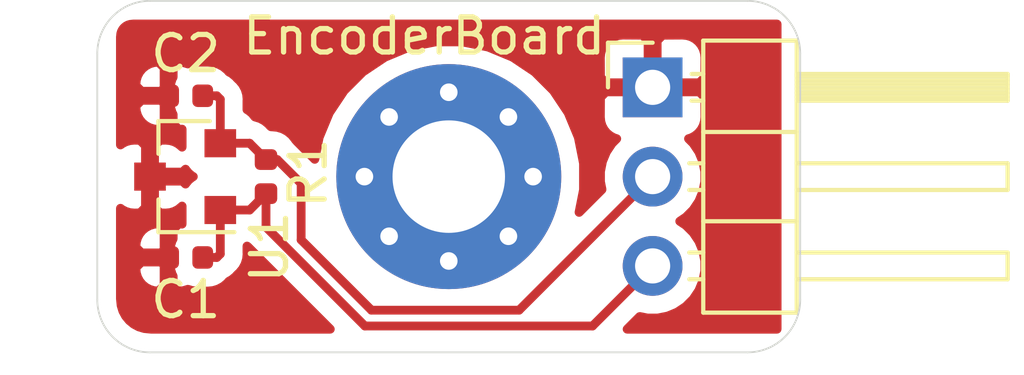
<source format=kicad_pcb>
(kicad_pcb (version 20171130) (host pcbnew "(5.1.6)-1")

  (general
    (thickness 1.6)
    (drawings 9)
    (tracks 20)
    (zones 0)
    (modules 6)
    (nets 4)
  )

  (page A4)
  (layers
    (0 F.Cu signal)
    (31 B.Cu signal)
    (32 B.Adhes user)
    (33 F.Adhes user)
    (34 B.Paste user)
    (35 F.Paste user)
    (36 B.SilkS user)
    (37 F.SilkS user)
    (38 B.Mask user)
    (39 F.Mask user)
    (40 Dwgs.User user)
    (41 Cmts.User user)
    (42 Eco1.User user)
    (43 Eco2.User user)
    (44 Edge.Cuts user)
    (45 Margin user)
    (46 B.CrtYd user)
    (47 F.CrtYd user)
    (48 B.Fab user)
    (49 F.Fab user)
  )

  (setup
    (last_trace_width 0.25)
    (trace_clearance 0.2)
    (zone_clearance 0.508)
    (zone_45_only no)
    (trace_min 0.2)
    (via_size 0.8)
    (via_drill 0.4)
    (via_min_size 0.4)
    (via_min_drill 0.3)
    (uvia_size 0.3)
    (uvia_drill 0.1)
    (uvias_allowed no)
    (uvia_min_size 0.2)
    (uvia_min_drill 0.1)
    (edge_width 0.05)
    (segment_width 0.2)
    (pcb_text_width 0.3)
    (pcb_text_size 1.5 1.5)
    (mod_edge_width 0.12)
    (mod_text_size 1 1)
    (mod_text_width 0.15)
    (pad_size 1.524 1.524)
    (pad_drill 0.762)
    (pad_to_mask_clearance 0.05)
    (aux_axis_origin 0 0)
    (grid_origin 91 54)
    (visible_elements FFFFFF7F)
    (pcbplotparams
      (layerselection 0x010fc_ffffffff)
      (usegerberextensions false)
      (usegerberattributes true)
      (usegerberadvancedattributes true)
      (creategerberjobfile true)
      (excludeedgelayer true)
      (linewidth 0.100000)
      (plotframeref false)
      (viasonmask false)
      (mode 1)
      (useauxorigin false)
      (hpglpennumber 1)
      (hpglpenspeed 20)
      (hpglpendiameter 15.000000)
      (psnegative false)
      (psa4output false)
      (plotreference true)
      (plotvalue true)
      (plotinvisibletext false)
      (padsonsilk false)
      (subtractmaskfromsilk false)
      (outputformat 1)
      (mirror false)
      (drillshape 1)
      (scaleselection 1)
      (outputdirectory ""))
  )

  (net 0 "")
  (net 1 GND)
  (net 2 VCC)
  (net 3 "Net-(C2-Pad1)")

  (net_class Default "This is the default net class."
    (clearance 0.2)
    (trace_width 0.25)
    (via_dia 0.8)
    (via_drill 0.4)
    (uvia_dia 0.3)
    (uvia_drill 0.1)
    (add_net GND)
    (add_net "Net-(C2-Pad1)")
    (add_net VCC)
  )

  (module MountingHole:MountingHole_3.2mm_M3_Pad_Via (layer F.Cu) (tedit 56DDBCCA) (tstamp 606F9B63)
    (at 101 59)
    (descr "Mounting Hole 3.2mm, M3")
    (tags "mounting hole 3.2mm m3")
    (attr virtual)
    (fp_text reference REF** (at 0 -4.2) (layer F.SilkS) hide
      (effects (font (size 1 1) (thickness 0.15)))
    )
    (fp_text value MountingHole_3.2mm_M3_Pad_Via (at 0 4.2) (layer F.Fab)
      (effects (font (size 1 1) (thickness 0.15)))
    )
    (fp_text user %R (at 0.3 0) (layer F.Fab)
      (effects (font (size 1 1) (thickness 0.15)))
    )
    (fp_circle (center 0 0) (end 3.2 0) (layer Cmts.User) (width 0.15))
    (fp_circle (center 0 0) (end 3.45 0) (layer F.CrtYd) (width 0.05))
    (pad 1 thru_hole circle (at 1.697056 -1.697056) (size 0.8 0.8) (drill 0.5) (layers *.Cu *.Mask))
    (pad 1 thru_hole circle (at 0 -2.4) (size 0.8 0.8) (drill 0.5) (layers *.Cu *.Mask))
    (pad 1 thru_hole circle (at -1.697056 -1.697056) (size 0.8 0.8) (drill 0.5) (layers *.Cu *.Mask))
    (pad 1 thru_hole circle (at -2.4 0) (size 0.8 0.8) (drill 0.5) (layers *.Cu *.Mask))
    (pad 1 thru_hole circle (at -1.697056 1.697056) (size 0.8 0.8) (drill 0.5) (layers *.Cu *.Mask))
    (pad 1 thru_hole circle (at 0 2.4) (size 0.8 0.8) (drill 0.5) (layers *.Cu *.Mask))
    (pad 1 thru_hole circle (at 1.697056 1.697056) (size 0.8 0.8) (drill 0.5) (layers *.Cu *.Mask))
    (pad 1 thru_hole circle (at 2.4 0) (size 0.8 0.8) (drill 0.5) (layers *.Cu *.Mask))
    (pad 1 thru_hole circle (at 0 0) (size 6.4 6.4) (drill 3.2) (layers *.Cu *.Mask))
  )

  (module Package_TO_SOT_SMD:SOT-23 (layer F.Cu) (tedit 5A02FF57) (tstamp 606F9CFD)
    (at 93.5 59 180)
    (descr "SOT-23, Standard")
    (tags SOT-23)
    (path /606F408F)
    (attr smd)
    (fp_text reference U1 (at -2.4 -2 90) (layer F.SilkS)
      (effects (font (size 1 1) (thickness 0.15)))
    )
    (fp_text value MH253 (at 0 2.5) (layer F.Fab)
      (effects (font (size 1 1) (thickness 0.15)))
    )
    (fp_text user %R (at 0 0 90) (layer F.Fab)
      (effects (font (size 0.5 0.5) (thickness 0.075)))
    )
    (fp_line (start -0.7 -0.95) (end -0.7 1.5) (layer F.Fab) (width 0.1))
    (fp_line (start -0.15 -1.52) (end 0.7 -1.52) (layer F.Fab) (width 0.1))
    (fp_line (start -0.7 -0.95) (end -0.15 -1.52) (layer F.Fab) (width 0.1))
    (fp_line (start 0.7 -1.52) (end 0.7 1.52) (layer F.Fab) (width 0.1))
    (fp_line (start -0.7 1.52) (end 0.7 1.52) (layer F.Fab) (width 0.1))
    (fp_line (start 0.76 1.58) (end 0.76 0.65) (layer F.SilkS) (width 0.12))
    (fp_line (start 0.76 -1.58) (end 0.76 -0.65) (layer F.SilkS) (width 0.12))
    (fp_line (start -1.7 -1.75) (end 1.7 -1.75) (layer F.CrtYd) (width 0.05))
    (fp_line (start 1.7 -1.75) (end 1.7 1.75) (layer F.CrtYd) (width 0.05))
    (fp_line (start 1.7 1.75) (end -1.7 1.75) (layer F.CrtYd) (width 0.05))
    (fp_line (start -1.7 1.75) (end -1.7 -1.75) (layer F.CrtYd) (width 0.05))
    (fp_line (start 0.76 -1.58) (end -1.4 -1.58) (layer F.SilkS) (width 0.12))
    (fp_line (start 0.76 1.58) (end -0.7 1.58) (layer F.SilkS) (width 0.12))
    (pad 3 smd rect (at 1 0 180) (size 0.9 0.8) (layers F.Cu F.Paste F.Mask)
      (net 1 GND))
    (pad 2 smd rect (at -1 0.95 180) (size 0.9 0.8) (layers F.Cu F.Paste F.Mask)
      (net 3 "Net-(C2-Pad1)"))
    (pad 1 smd rect (at -1 -0.95 180) (size 0.9 0.8) (layers F.Cu F.Paste F.Mask)
      (net 2 VCC))
    (model ${KISYS3DMOD}/Package_TO_SOT_SMD.3dshapes/SOT-23.wrl
      (at (xyz 0 0 0))
      (scale (xyz 1 1 1))
      (rotate (xyz 0 0 0))
    )
  )

  (module Resistor_SMD:R_0402_1005Metric (layer F.Cu) (tedit 5B301BBD) (tstamp 606F74D9)
    (at 95.8 59 90)
    (descr "Resistor SMD 0402 (1005 Metric), square (rectangular) end terminal, IPC_7351 nominal, (Body size source: http://www.tortai-tech.com/upload/download/2011102023233369053.pdf), generated with kicad-footprint-generator")
    (tags resistor)
    (path /606F6F97)
    (attr smd)
    (fp_text reference R1 (at 0.1 1.2 90) (layer F.SilkS)
      (effects (font (size 1 1) (thickness 0.15)))
    )
    (fp_text value 10k (at 0 1.17 90) (layer F.Fab)
      (effects (font (size 1 1) (thickness 0.15)))
    )
    (fp_text user %R (at 0 0 90) (layer F.Fab)
      (effects (font (size 0.25 0.25) (thickness 0.04)))
    )
    (fp_line (start -0.5 0.25) (end -0.5 -0.25) (layer F.Fab) (width 0.1))
    (fp_line (start -0.5 -0.25) (end 0.5 -0.25) (layer F.Fab) (width 0.1))
    (fp_line (start 0.5 -0.25) (end 0.5 0.25) (layer F.Fab) (width 0.1))
    (fp_line (start 0.5 0.25) (end -0.5 0.25) (layer F.Fab) (width 0.1))
    (fp_line (start -0.93 0.47) (end -0.93 -0.47) (layer F.CrtYd) (width 0.05))
    (fp_line (start -0.93 -0.47) (end 0.93 -0.47) (layer F.CrtYd) (width 0.05))
    (fp_line (start 0.93 -0.47) (end 0.93 0.47) (layer F.CrtYd) (width 0.05))
    (fp_line (start 0.93 0.47) (end -0.93 0.47) (layer F.CrtYd) (width 0.05))
    (pad 2 smd roundrect (at 0.485 0 90) (size 0.59 0.64) (layers F.Cu F.Paste F.Mask) (roundrect_rratio 0.25)
      (net 3 "Net-(C2-Pad1)"))
    (pad 1 smd roundrect (at -0.485 0 90) (size 0.59 0.64) (layers F.Cu F.Paste F.Mask) (roundrect_rratio 0.25)
      (net 2 VCC))
    (model ${KISYS3DMOD}/Resistor_SMD.3dshapes/R_0402_1005Metric.wrl
      (at (xyz 0 0 0))
      (scale (xyz 1 1 1))
      (rotate (xyz 0 0 0))
    )
  )

  (module Connector_PinHeader_2.54mm:PinHeader_1x03_P2.54mm_Horizontal (layer F.Cu) (tedit 59FED5CB) (tstamp 606F74CA)
    (at 106.8 56.46)
    (descr "Through hole angled pin header, 1x03, 2.54mm pitch, 6mm pin length, single row")
    (tags "Through hole angled pin header THT 1x03 2.54mm single row")
    (path /606F9E31)
    (fp_text reference J1 (at 4.385 -2.27) (layer F.SilkS) hide
      (effects (font (size 1 1) (thickness 0.15)))
    )
    (fp_text value Conn_01x03 (at 4.385 7.35) (layer F.Fab)
      (effects (font (size 1 1) (thickness 0.15)))
    )
    (fp_text user %R (at 2.77 2.54 90) (layer F.Fab)
      (effects (font (size 1 1) (thickness 0.15)))
    )
    (fp_line (start 2.135 -1.27) (end 4.04 -1.27) (layer F.Fab) (width 0.1))
    (fp_line (start 4.04 -1.27) (end 4.04 6.35) (layer F.Fab) (width 0.1))
    (fp_line (start 4.04 6.35) (end 1.5 6.35) (layer F.Fab) (width 0.1))
    (fp_line (start 1.5 6.35) (end 1.5 -0.635) (layer F.Fab) (width 0.1))
    (fp_line (start 1.5 -0.635) (end 2.135 -1.27) (layer F.Fab) (width 0.1))
    (fp_line (start -0.32 -0.32) (end 1.5 -0.32) (layer F.Fab) (width 0.1))
    (fp_line (start -0.32 -0.32) (end -0.32 0.32) (layer F.Fab) (width 0.1))
    (fp_line (start -0.32 0.32) (end 1.5 0.32) (layer F.Fab) (width 0.1))
    (fp_line (start 4.04 -0.32) (end 10.04 -0.32) (layer F.Fab) (width 0.1))
    (fp_line (start 10.04 -0.32) (end 10.04 0.32) (layer F.Fab) (width 0.1))
    (fp_line (start 4.04 0.32) (end 10.04 0.32) (layer F.Fab) (width 0.1))
    (fp_line (start -0.32 2.22) (end 1.5 2.22) (layer F.Fab) (width 0.1))
    (fp_line (start -0.32 2.22) (end -0.32 2.86) (layer F.Fab) (width 0.1))
    (fp_line (start -0.32 2.86) (end 1.5 2.86) (layer F.Fab) (width 0.1))
    (fp_line (start 4.04 2.22) (end 10.04 2.22) (layer F.Fab) (width 0.1))
    (fp_line (start 10.04 2.22) (end 10.04 2.86) (layer F.Fab) (width 0.1))
    (fp_line (start 4.04 2.86) (end 10.04 2.86) (layer F.Fab) (width 0.1))
    (fp_line (start -0.32 4.76) (end 1.5 4.76) (layer F.Fab) (width 0.1))
    (fp_line (start -0.32 4.76) (end -0.32 5.4) (layer F.Fab) (width 0.1))
    (fp_line (start -0.32 5.4) (end 1.5 5.4) (layer F.Fab) (width 0.1))
    (fp_line (start 4.04 4.76) (end 10.04 4.76) (layer F.Fab) (width 0.1))
    (fp_line (start 10.04 4.76) (end 10.04 5.4) (layer F.Fab) (width 0.1))
    (fp_line (start 4.04 5.4) (end 10.04 5.4) (layer F.Fab) (width 0.1))
    (fp_line (start 1.44 -1.33) (end 1.44 6.41) (layer F.SilkS) (width 0.12))
    (fp_line (start 1.44 6.41) (end 4.1 6.41) (layer F.SilkS) (width 0.12))
    (fp_line (start 4.1 6.41) (end 4.1 -1.33) (layer F.SilkS) (width 0.12))
    (fp_line (start 4.1 -1.33) (end 1.44 -1.33) (layer F.SilkS) (width 0.12))
    (fp_line (start 4.1 -0.38) (end 10.1 -0.38) (layer F.SilkS) (width 0.12))
    (fp_line (start 10.1 -0.38) (end 10.1 0.38) (layer F.SilkS) (width 0.12))
    (fp_line (start 10.1 0.38) (end 4.1 0.38) (layer F.SilkS) (width 0.12))
    (fp_line (start 4.1 -0.32) (end 10.1 -0.32) (layer F.SilkS) (width 0.12))
    (fp_line (start 4.1 -0.2) (end 10.1 -0.2) (layer F.SilkS) (width 0.12))
    (fp_line (start 4.1 -0.08) (end 10.1 -0.08) (layer F.SilkS) (width 0.12))
    (fp_line (start 4.1 0.04) (end 10.1 0.04) (layer F.SilkS) (width 0.12))
    (fp_line (start 4.1 0.16) (end 10.1 0.16) (layer F.SilkS) (width 0.12))
    (fp_line (start 4.1 0.28) (end 10.1 0.28) (layer F.SilkS) (width 0.12))
    (fp_line (start 1.11 -0.38) (end 1.44 -0.38) (layer F.SilkS) (width 0.12))
    (fp_line (start 1.11 0.38) (end 1.44 0.38) (layer F.SilkS) (width 0.12))
    (fp_line (start 1.44 1.27) (end 4.1 1.27) (layer F.SilkS) (width 0.12))
    (fp_line (start 4.1 2.16) (end 10.1 2.16) (layer F.SilkS) (width 0.12))
    (fp_line (start 10.1 2.16) (end 10.1 2.92) (layer F.SilkS) (width 0.12))
    (fp_line (start 10.1 2.92) (end 4.1 2.92) (layer F.SilkS) (width 0.12))
    (fp_line (start 1.042929 2.16) (end 1.44 2.16) (layer F.SilkS) (width 0.12))
    (fp_line (start 1.042929 2.92) (end 1.44 2.92) (layer F.SilkS) (width 0.12))
    (fp_line (start 1.44 3.81) (end 4.1 3.81) (layer F.SilkS) (width 0.12))
    (fp_line (start 4.1 4.7) (end 10.1 4.7) (layer F.SilkS) (width 0.12))
    (fp_line (start 10.1 4.7) (end 10.1 5.46) (layer F.SilkS) (width 0.12))
    (fp_line (start 10.1 5.46) (end 4.1 5.46) (layer F.SilkS) (width 0.12))
    (fp_line (start 1.042929 4.7) (end 1.44 4.7) (layer F.SilkS) (width 0.12))
    (fp_line (start 1.042929 5.46) (end 1.44 5.46) (layer F.SilkS) (width 0.12))
    (fp_line (start -1.27 0) (end -1.27 -1.27) (layer F.SilkS) (width 0.12))
    (fp_line (start -1.27 -1.27) (end 0 -1.27) (layer F.SilkS) (width 0.12))
    (fp_line (start -1.8 -1.8) (end -1.8 6.85) (layer F.CrtYd) (width 0.05))
    (fp_line (start -1.8 6.85) (end 10.55 6.85) (layer F.CrtYd) (width 0.05))
    (fp_line (start 10.55 6.85) (end 10.55 -1.8) (layer F.CrtYd) (width 0.05))
    (fp_line (start 10.55 -1.8) (end -1.8 -1.8) (layer F.CrtYd) (width 0.05))
    (pad 3 thru_hole oval (at 0 5.08) (size 1.7 1.7) (drill 1) (layers *.Cu *.Mask)
      (net 2 VCC))
    (pad 2 thru_hole oval (at 0 2.54) (size 1.7 1.7) (drill 1) (layers *.Cu *.Mask)
      (net 3 "Net-(C2-Pad1)"))
    (pad 1 thru_hole rect (at 0 0) (size 1.7 1.7) (drill 1) (layers *.Cu *.Mask)
      (net 1 GND))
    (model ${KISYS3DMOD}/Connector_PinHeader_2.54mm.3dshapes/PinHeader_1x03_P2.54mm_Horizontal.wrl
      (at (xyz 0 0 0))
      (scale (xyz 1 1 1))
      (rotate (xyz 0 0 0))
    )
  )

  (module Capacitor_SMD:C_0402_1005Metric (layer F.Cu) (tedit 5B301BBE) (tstamp 606F748A)
    (at 93.515 56.7 180)
    (descr "Capacitor SMD 0402 (1005 Metric), square (rectangular) end terminal, IPC_7351 nominal, (Body size source: http://www.tortai-tech.com/upload/download/2011102023233369053.pdf), generated with kicad-footprint-generator")
    (tags capacitor)
    (path /606F6C44)
    (attr smd)
    (fp_text reference C2 (at 0 1.2) (layer F.SilkS)
      (effects (font (size 1 1) (thickness 0.15)))
    )
    (fp_text value 100p (at 0 1.17) (layer F.Fab)
      (effects (font (size 1 1) (thickness 0.15)))
    )
    (fp_text user %R (at 0 0) (layer F.Fab)
      (effects (font (size 0.25 0.25) (thickness 0.04)))
    )
    (fp_line (start -0.5 0.25) (end -0.5 -0.25) (layer F.Fab) (width 0.1))
    (fp_line (start -0.5 -0.25) (end 0.5 -0.25) (layer F.Fab) (width 0.1))
    (fp_line (start 0.5 -0.25) (end 0.5 0.25) (layer F.Fab) (width 0.1))
    (fp_line (start 0.5 0.25) (end -0.5 0.25) (layer F.Fab) (width 0.1))
    (fp_line (start -0.93 0.47) (end -0.93 -0.47) (layer F.CrtYd) (width 0.05))
    (fp_line (start -0.93 -0.47) (end 0.93 -0.47) (layer F.CrtYd) (width 0.05))
    (fp_line (start 0.93 -0.47) (end 0.93 0.47) (layer F.CrtYd) (width 0.05))
    (fp_line (start 0.93 0.47) (end -0.93 0.47) (layer F.CrtYd) (width 0.05))
    (pad 2 smd roundrect (at 0.485 0 180) (size 0.59 0.64) (layers F.Cu F.Paste F.Mask) (roundrect_rratio 0.25)
      (net 1 GND))
    (pad 1 smd roundrect (at -0.485 0 180) (size 0.59 0.64) (layers F.Cu F.Paste F.Mask) (roundrect_rratio 0.25)
      (net 3 "Net-(C2-Pad1)"))
    (model ${KISYS3DMOD}/Capacitor_SMD.3dshapes/C_0402_1005Metric.wrl
      (at (xyz 0 0 0))
      (scale (xyz 1 1 1))
      (rotate (xyz 0 0 0))
    )
  )

  (module Capacitor_SMD:C_0402_1005Metric (layer F.Cu) (tedit 5B301BBE) (tstamp 606F747B)
    (at 93.515 61.3 180)
    (descr "Capacitor SMD 0402 (1005 Metric), square (rectangular) end terminal, IPC_7351 nominal, (Body size source: http://www.tortai-tech.com/upload/download/2011102023233369053.pdf), generated with kicad-footprint-generator")
    (tags capacitor)
    (path /606F5B33)
    (attr smd)
    (fp_text reference C1 (at 0 -1.2) (layer F.SilkS)
      (effects (font (size 1 1) (thickness 0.15)))
    )
    (fp_text value 10n (at 0 1.17) (layer F.Fab)
      (effects (font (size 1 1) (thickness 0.15)))
    )
    (fp_text user %R (at 0 0) (layer F.Fab)
      (effects (font (size 0.25 0.25) (thickness 0.04)))
    )
    (fp_line (start -0.5 0.25) (end -0.5 -0.25) (layer F.Fab) (width 0.1))
    (fp_line (start -0.5 -0.25) (end 0.5 -0.25) (layer F.Fab) (width 0.1))
    (fp_line (start 0.5 -0.25) (end 0.5 0.25) (layer F.Fab) (width 0.1))
    (fp_line (start 0.5 0.25) (end -0.5 0.25) (layer F.Fab) (width 0.1))
    (fp_line (start -0.93 0.47) (end -0.93 -0.47) (layer F.CrtYd) (width 0.05))
    (fp_line (start -0.93 -0.47) (end 0.93 -0.47) (layer F.CrtYd) (width 0.05))
    (fp_line (start 0.93 -0.47) (end 0.93 0.47) (layer F.CrtYd) (width 0.05))
    (fp_line (start 0.93 0.47) (end -0.93 0.47) (layer F.CrtYd) (width 0.05))
    (pad 2 smd roundrect (at 0.485 0 180) (size 0.59 0.64) (layers F.Cu F.Paste F.Mask) (roundrect_rratio 0.25)
      (net 1 GND))
    (pad 1 smd roundrect (at -0.485 0 180) (size 0.59 0.64) (layers F.Cu F.Paste F.Mask) (roundrect_rratio 0.25)
      (net 2 VCC))
    (model ${KISYS3DMOD}/Capacitor_SMD.3dshapes/C_0402_1005Metric.wrl
      (at (xyz 0 0 0))
      (scale (xyz 1 1 1))
      (rotate (xyz 0 0 0))
    )
  )

  (gr_arc (start 109.5 62.5) (end 109.5 64) (angle -90) (layer Edge.Cuts) (width 0.05))
  (gr_arc (start 109.5 55.5) (end 111 55.5) (angle -90) (layer Edge.Cuts) (width 0.05))
  (gr_arc (start 92.5 55.5) (end 92.5 54) (angle -90) (layer Edge.Cuts) (width 0.05))
  (gr_arc (start 92.5 62.5) (end 91 62.5) (angle -90) (layer Edge.Cuts) (width 0.05))
  (gr_text EncoderBoard (at 100.3 55) (layer F.SilkS)
    (effects (font (size 1 1) (thickness 0.15)))
  )
  (gr_line (start 91 62.5) (end 91 55.5) (layer Edge.Cuts) (width 0.05) (tstamp 606F9B92))
  (gr_line (start 109.5 64) (end 92.5 64) (layer Edge.Cuts) (width 0.05))
  (gr_line (start 111 55.5) (end 111 62.5) (layer Edge.Cuts) (width 0.05))
  (gr_line (start 92.5 54) (end 109.5 54) (layer Edge.Cuts) (width 0.05))

  (segment (start 95.335 59.95) (end 95.8 59.485) (width 0.25) (layer F.Cu) (net 2))
  (segment (start 94.5 59.95) (end 95.335 59.95) (width 0.25) (layer F.Cu) (net 2))
  (segment (start 94 61.3) (end 94.4 61.3) (width 0.25) (layer F.Cu) (net 2))
  (segment (start 94.5 61.2) (end 94.5 59.95) (width 0.25) (layer F.Cu) (net 2))
  (segment (start 94.4 61.3) (end 94.5 61.2) (width 0.25) (layer F.Cu) (net 2))
  (segment (start 105.08999 63.25001) (end 106.8 61.54) (width 0.25) (layer F.Cu) (net 2))
  (segment (start 95.8 60.43641) (end 98.6136 63.25001) (width 0.25) (layer F.Cu) (net 2))
  (segment (start 98.6136 63.25001) (end 105.08999 63.25001) (width 0.25) (layer F.Cu) (net 2))
  (segment (start 95.8 59.485) (end 95.8 60.43641) (width 0.25) (layer F.Cu) (net 2))
  (segment (start 94 56.7) (end 94.4 56.7) (width 0.25) (layer F.Cu) (net 3))
  (segment (start 94.5 56.8) (end 94.5 58.05) (width 0.25) (layer F.Cu) (net 3))
  (segment (start 94.4 56.7) (end 94.5 56.8) (width 0.25) (layer F.Cu) (net 3))
  (segment (start 95.335 58.05) (end 95.8 58.515) (width 0.25) (layer F.Cu) (net 3))
  (segment (start 94.5 58.05) (end 95.335 58.05) (width 0.25) (layer F.Cu) (net 3))
  (segment (start 96.12 58.515) (end 96.8 59.195) (width 0.25) (layer F.Cu) (net 3))
  (segment (start 95.8 58.515) (end 96.12 58.515) (width 0.25) (layer F.Cu) (net 3))
  (segment (start 96.8 59.195) (end 96.8 60.8) (width 0.25) (layer F.Cu) (net 3))
  (segment (start 96.8 60.8) (end 98.8 62.8) (width 0.25) (layer F.Cu) (net 3))
  (segment (start 98.8 62.8) (end 103 62.8) (width 0.25) (layer F.Cu) (net 3))
  (segment (start 103 62.8) (end 106.8 59) (width 0.25) (layer F.Cu) (net 3))

  (zone (net 1) (net_name GND) (layer F.Cu) (tstamp 606FA30F) (hatch edge 0.508)
    (connect_pads (clearance 0.508))
    (min_thickness 0.254)
    (fill yes (arc_segments 32) (thermal_gap 0.508) (thermal_bridge_width 0.508))
    (polygon
      (pts
        (xy 111 64) (xy 91 64) (xy 91 54) (xy 111 54)
      )
    )
    (filled_polygon
      (pts
        (xy 110.340001 63.34) (xy 106.074801 63.34) (xy 106.433592 62.981209) (xy 106.65374 63.025) (xy 106.94626 63.025)
        (xy 107.233158 62.967932) (xy 107.503411 62.85599) (xy 107.746632 62.693475) (xy 107.953475 62.486632) (xy 108.11599 62.243411)
        (xy 108.227932 61.973158) (xy 108.285 61.68626) (xy 108.285 61.39374) (xy 108.227932 61.106842) (xy 108.11599 60.836589)
        (xy 107.953475 60.593368) (xy 107.746632 60.386525) (xy 107.57224 60.27) (xy 107.746632 60.153475) (xy 107.953475 59.946632)
        (xy 108.11599 59.703411) (xy 108.227932 59.433158) (xy 108.285 59.14626) (xy 108.285 58.85374) (xy 108.227932 58.566842)
        (xy 108.11599 58.296589) (xy 107.953475 58.053368) (xy 107.82162 57.921513) (xy 107.89418 57.899502) (xy 108.004494 57.840537)
        (xy 108.101185 57.761185) (xy 108.180537 57.664494) (xy 108.239502 57.55418) (xy 108.275812 57.434482) (xy 108.288072 57.31)
        (xy 108.285 56.74575) (xy 108.12625 56.587) (xy 106.927 56.587) (xy 106.927 56.607) (xy 106.673 56.607)
        (xy 106.673 56.587) (xy 105.47375 56.587) (xy 105.315 56.74575) (xy 105.311928 57.31) (xy 105.324188 57.434482)
        (xy 105.360498 57.55418) (xy 105.419463 57.664494) (xy 105.498815 57.761185) (xy 105.595506 57.840537) (xy 105.70582 57.899502)
        (xy 105.77838 57.921513) (xy 105.646525 58.053368) (xy 105.48401 58.296589) (xy 105.372068 58.566842) (xy 105.315 58.85374)
        (xy 105.315 59.14626) (xy 105.35879 59.366408) (xy 104.707749 60.01745) (xy 104.835 59.377715) (xy 104.835 58.622285)
        (xy 104.687623 57.881372) (xy 104.398533 57.183446) (xy 103.978839 56.55533) (xy 103.44467 56.021161) (xy 102.829325 55.61)
        (xy 105.311928 55.61) (xy 105.315 56.17425) (xy 105.47375 56.333) (xy 106.673 56.333) (xy 106.673 55.13375)
        (xy 106.927 55.13375) (xy 106.927 56.333) (xy 108.12625 56.333) (xy 108.285 56.17425) (xy 108.288072 55.61)
        (xy 108.275812 55.485518) (xy 108.239502 55.36582) (xy 108.180537 55.255506) (xy 108.101185 55.158815) (xy 108.004494 55.079463)
        (xy 107.89418 55.020498) (xy 107.774482 54.984188) (xy 107.65 54.971928) (xy 107.08575 54.975) (xy 106.927 55.13375)
        (xy 106.673 55.13375) (xy 106.51425 54.975) (xy 105.95 54.971928) (xy 105.825518 54.984188) (xy 105.70582 55.020498)
        (xy 105.595506 55.079463) (xy 105.498815 55.158815) (xy 105.419463 55.255506) (xy 105.360498 55.36582) (xy 105.324188 55.485518)
        (xy 105.311928 55.61) (xy 102.829325 55.61) (xy 102.816554 55.601467) (xy 102.118628 55.312377) (xy 101.377715 55.165)
        (xy 100.622285 55.165) (xy 99.881372 55.312377) (xy 99.183446 55.601467) (xy 98.55533 56.021161) (xy 98.021161 56.55533)
        (xy 97.601467 57.183446) (xy 97.312377 57.881372) (xy 97.187744 58.507942) (xy 96.683803 58.004002) (xy 96.660001 57.974999)
        (xy 96.640697 57.959157) (xy 96.625679 57.93106) (xy 96.527983 57.812017) (xy 96.40894 57.714321) (xy 96.273125 57.641726)
        (xy 96.125757 57.597023) (xy 95.9725 57.581928) (xy 95.941729 57.581928) (xy 95.898804 57.539003) (xy 95.875001 57.509999)
        (xy 95.759276 57.415026) (xy 95.627247 57.344454) (xy 95.483986 57.300997) (xy 95.483443 57.300944) (xy 95.480537 57.295506)
        (xy 95.401185 57.198815) (xy 95.304494 57.119463) (xy 95.26 57.09568) (xy 95.26 56.837322) (xy 95.263676 56.799999)
        (xy 95.26 56.762677) (xy 95.26 56.762667) (xy 95.249003 56.651014) (xy 95.205546 56.507753) (xy 95.134974 56.375724)
        (xy 95.040001 56.259999) (xy 95.010998 56.236197) (xy 94.963804 56.189003) (xy 94.940001 56.159999) (xy 94.824276 56.065026)
        (xy 94.744176 56.022211) (xy 94.702983 55.972017) (xy 94.58394 55.874321) (xy 94.448125 55.801726) (xy 94.300757 55.757023)
        (xy 94.1475 55.741928) (xy 93.8525 55.741928) (xy 93.699243 55.757023) (xy 93.576316 55.794312) (xy 93.56918 55.790498)
        (xy 93.449482 55.754188) (xy 93.325 55.741928) (xy 93.31575 55.745) (xy 93.157 55.90375) (xy 93.157 56.170237)
        (xy 93.126726 56.226875) (xy 93.082023 56.374243) (xy 93.066928 56.5275) (xy 93.066928 56.8725) (xy 93.082023 57.025757)
        (xy 93.126726 57.173125) (xy 93.157 57.229763) (xy 93.157 57.49625) (xy 93.31575 57.655) (xy 93.325 57.658072)
        (xy 93.411977 57.649506) (xy 93.411928 57.65) (xy 93.411928 58.161905) (xy 93.401185 58.148815) (xy 93.304494 58.069463)
        (xy 93.19418 58.010498) (xy 93.074482 57.974188) (xy 92.95 57.961928) (xy 92.78575 57.965) (xy 92.627 58.12375)
        (xy 92.627 58.873) (xy 93.42625 58.873) (xy 93.510857 58.788393) (xy 93.519463 58.804494) (xy 93.598815 58.901185)
        (xy 93.695506 58.980537) (xy 93.731918 59) (xy 93.695506 59.019463) (xy 93.598815 59.098815) (xy 93.519463 59.195506)
        (xy 93.510857 59.211607) (xy 93.42625 59.127) (xy 92.627 59.127) (xy 92.627 59.87625) (xy 92.78575 60.035)
        (xy 92.95 60.038072) (xy 93.074482 60.025812) (xy 93.19418 59.989502) (xy 93.304494 59.930537) (xy 93.401185 59.851185)
        (xy 93.411928 59.838095) (xy 93.411928 60.35) (xy 93.411977 60.350494) (xy 93.325 60.341928) (xy 93.31575 60.345)
        (xy 93.157 60.50375) (xy 93.157 60.770237) (xy 93.126726 60.826875) (xy 93.082023 60.974243) (xy 93.066928 61.1275)
        (xy 93.066928 61.4725) (xy 93.082023 61.625757) (xy 93.126726 61.773125) (xy 93.157 61.829763) (xy 93.157 62.09625)
        (xy 93.31575 62.255) (xy 93.325 62.258072) (xy 93.449482 62.245812) (xy 93.56918 62.209502) (xy 93.576316 62.205688)
        (xy 93.699243 62.242977) (xy 93.8525 62.258072) (xy 94.1475 62.258072) (xy 94.300757 62.242977) (xy 94.448125 62.198274)
        (xy 94.58394 62.125679) (xy 94.702983 62.027983) (xy 94.744176 61.977789) (xy 94.824276 61.934974) (xy 94.940001 61.840001)
        (xy 94.963804 61.810997) (xy 95.010998 61.763803) (xy 95.040001 61.740001) (xy 95.134974 61.624276) (xy 95.205546 61.492247)
        (xy 95.249003 61.348986) (xy 95.26 61.237333) (xy 95.26 61.237323) (xy 95.263676 61.200001) (xy 95.26 61.162678)
        (xy 95.26 60.976411) (xy 95.288998 61.000209) (xy 97.628788 63.34) (xy 92.532277 63.34) (xy 92.33746 63.320898)
        (xy 92.181105 63.273692) (xy 92.036904 63.197018) (xy 91.910336 63.093792) (xy 91.806232 62.967951) (xy 91.728553 62.824289)
        (xy 91.680258 62.668271) (xy 91.66 62.475527) (xy 91.66 61.62) (xy 92.096928 61.62) (xy 92.109188 61.744482)
        (xy 92.145498 61.86418) (xy 92.204463 61.974494) (xy 92.283815 62.071185) (xy 92.380506 62.150537) (xy 92.49082 62.209502)
        (xy 92.610518 62.245812) (xy 92.735 62.258072) (xy 92.74425 62.255) (xy 92.903 62.09625) (xy 92.903 61.427)
        (xy 92.25875 61.427) (xy 92.1 61.58575) (xy 92.096928 61.62) (xy 91.66 61.62) (xy 91.66 60.98)
        (xy 92.096928 60.98) (xy 92.1 61.01425) (xy 92.25875 61.173) (xy 92.903 61.173) (xy 92.903 60.50375)
        (xy 92.74425 60.345) (xy 92.735 60.341928) (xy 92.610518 60.354188) (xy 92.49082 60.390498) (xy 92.380506 60.449463)
        (xy 92.283815 60.528815) (xy 92.204463 60.625506) (xy 92.145498 60.73582) (xy 92.109188 60.855518) (xy 92.096928 60.98)
        (xy 91.66 60.98) (xy 91.66 59.901398) (xy 91.695506 59.930537) (xy 91.80582 59.989502) (xy 91.925518 60.025812)
        (xy 92.05 60.038072) (xy 92.21425 60.035) (xy 92.373 59.87625) (xy 92.373 59.127) (xy 92.353 59.127)
        (xy 92.353 58.873) (xy 92.373 58.873) (xy 92.373 58.12375) (xy 92.21425 57.965) (xy 92.05 57.961928)
        (xy 91.925518 57.974188) (xy 91.80582 58.010498) (xy 91.695506 58.069463) (xy 91.66 58.098602) (xy 91.66 57.02)
        (xy 92.096928 57.02) (xy 92.109188 57.144482) (xy 92.145498 57.26418) (xy 92.204463 57.374494) (xy 92.283815 57.471185)
        (xy 92.380506 57.550537) (xy 92.49082 57.609502) (xy 92.610518 57.645812) (xy 92.735 57.658072) (xy 92.74425 57.655)
        (xy 92.903 57.49625) (xy 92.903 56.827) (xy 92.25875 56.827) (xy 92.1 56.98575) (xy 92.096928 57.02)
        (xy 91.66 57.02) (xy 91.66 56.38) (xy 92.096928 56.38) (xy 92.1 56.41425) (xy 92.25875 56.573)
        (xy 92.903 56.573) (xy 92.903 55.90375) (xy 92.74425 55.745) (xy 92.735 55.741928) (xy 92.610518 55.754188)
        (xy 92.49082 55.790498) (xy 92.380506 55.849463) (xy 92.283815 55.928815) (xy 92.204463 56.025506) (xy 92.145498 56.13582)
        (xy 92.109188 56.255518) (xy 92.096928 56.38) (xy 91.66 56.38) (xy 91.66 55.032279) (xy 91.66958 54.934576)
        (xy 91.68858 54.871644) (xy 91.719445 54.813595) (xy 91.760989 54.762657) (xy 91.811644 54.720752) (xy 91.869471 54.689485)
        (xy 91.932272 54.670044) (xy 92.027835 54.66) (xy 110.34 54.66)
      )
    )
  )
)

</source>
